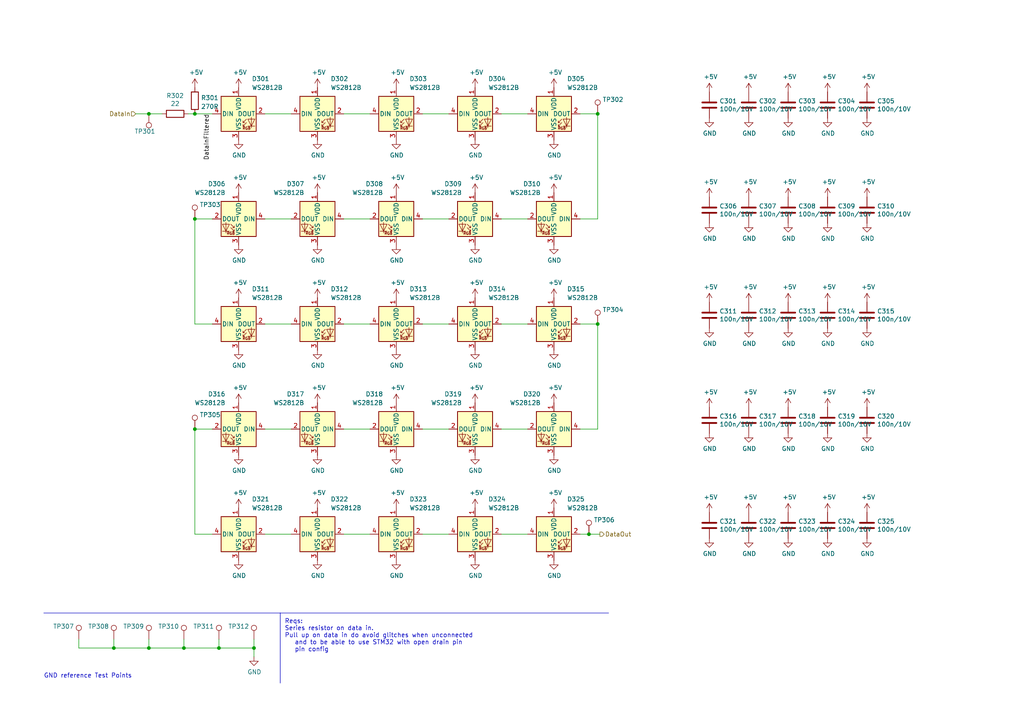
<source format=kicad_sch>
(kicad_sch (version 20230121) (generator eeschema)
  (paper "A4")
  (lib_symbols
    (symbol "Connector:TestPoint" (pin_numbers hide) (pin_names (offset 0.762) hide)
      (property "Reference" "TP" (at 0 6.858 0))
      (property "Value" "TestPoint" (at 0 5.08 0))
      (symbol "TestPoint_0_1"
        (circle (center 0 3.302) (radius 0.762))
      )
      (symbol "TestPoint_1_1"
        (pin passive line (at 0 0 90) (length 2.54) (name "1") (number "1"))
      )
    )
    (symbol "Device:C" (pin_numbers hide) (pin_names (offset 0.254))
      (property "Reference" "C" (at 0.635 2.54 0))
      (property "Value" "C" (at 0.635 -2.54 0))
      (symbol "C_0_1"
        (polyline (pts (xy -2.032 -0.762) (xy 2.032 -0.762)) (stroke (width 0.508)))
        (polyline (pts (xy -2.032 0.762) (xy 2.032 0.762)) (stroke (width 0.508)))
      )
      (symbol "C_1_1"
        (pin passive line (at 0 3.81 270) (length 2.794) (name "~") (number "1"))
        (pin passive line (at 0 -3.81 90) (length 2.794) (name "~") (number "2"))
      )
    )
    (symbol "Device:R" (pin_numbers hide) (pin_names (offset 0))
      (property "Reference" "R" (at 2.032 0 90))
      (property "Value" "R" (at 0 0 90))
      (symbol "R_0_1"
        (rectangle (start -1.016 -2.54) (end 1.016 2.54) (stroke (width 0.254)))
      )
      (symbol "R_1_1"
        (pin passive line (at 0 3.81 270) (length 1.27) (name "~") (number "1"))
        (pin passive line (at 0 -3.81 90) (length 1.27) (name "~") (number "2"))
      )
    )
    (symbol "LED:WS2812B" (pin_names (offset 0.254))
      (property "Reference" "D" (at 5.08 5.715 0))
      (property "Value" "WS2812B" (at 1.27 -5.715 0))
      (symbol "WS2812B_0_0"
        (text "RGB" (at 2.286 -4.191 0) (effects (font (size 0.762 0.762))))
      )
      (symbol "WS2812B_0_1"
        (polyline (pts (xy 1.27 -3.556) (xy 1.778 -3.556)))
        (polyline (pts (xy 1.27 -2.54) (xy 1.778 -2.54)))
        (polyline (pts (xy 4.699 -3.556) (xy 2.667 -3.556)))
        (polyline (pts (xy 2.286 -2.54) (xy 1.27 -3.556) (xy 1.27 -3.048)))
        (polyline (pts (xy 2.286 -1.524) (xy 1.27 -2.54) (xy 1.27 -2.032)))
        (polyline (pts (xy 3.683 -1.016) (xy 3.683 -3.556) (xy 3.683 -4.064)))
        (polyline (pts (xy 4.699 -1.524) (xy 2.667 -1.524) (xy 3.683 -3.556) (xy 4.699 -1.524)))
        (rectangle (start 5.08 5.08) (end -5.08 -5.08) (stroke (width 0.254)) (fill (type background)))
      )
      (symbol "WS2812B_1_1"
        (pin power_in line (at 0 7.62 270) (length 2.54) (name "VDD") (number "1"))
        (pin output line (at 7.62 0 180) (length 2.54) (name "DOUT") (number "2"))
        (pin power_in line (at 0 -7.62 90) (length 2.54) (name "VSS") (number "3"))
        (pin input line (at -7.62 0 0) (length 2.54) (name "DIN") (number "4"))
      )
    )
    (symbol "power:+5V" (power) (pin_names (offset 0))
      (property "Value" "+5V" (at 0 3.556 0))
      (symbol "+5V_0_1"
        (polyline (pts (xy -0.762 1.27) (xy 0 2.54)))
        (polyline (pts (xy 0 0) (xy 0 2.54)))
        (polyline (pts (xy 0 2.54) (xy 0.762 1.27)))
      )
      (symbol "+5V_1_1"
        (pin power_in line (at 0 0 90) (length 0) hide (name "+5V") (number "1"))
      )
    )
    (symbol "power:GND" (power) (pin_names (offset 0))
      (property "Value" "GND" (at 0 -3.81 0))
      (symbol "GND_0_1"
        (polyline (pts (xy 0 0) (xy 0 -1.27) (xy 1.27 -1.27) (xy 0 -2.54) (xy -1.27 -1.27) (xy 0 -1.27)))
      )
      (symbol "GND_1_1"
        (pin power_in line (at 0 0 270) (length 0) hide (name "GND") (number "1"))
      )
    )
  )
  (junction (at 73.66 187.96))
  (junction (at 56.515 63.5))
  (junction (at 56.515 124.46))
  (junction (at 43.18 187.96))
  (junction (at 33.02 187.96))
  (junction (at 53.34 187.96))
  (junction (at 56.515 33.02))
  (junction (at 173.355 93.98))
  (junction (at 43.18 33.02))
  (junction (at 170.815 154.94))
  (junction (at 173.355 33.02))
  (junction (at 63.5 187.96))
  (wire (pts (xy 84.455 63.5) (xy 76.835 63.5)))
  (wire (pts (xy 76.835 154.94) (xy 84.455 154.94)))
  (wire (pts (xy 33.02 187.96) (xy 22.86 187.96)))
  (polyline (pts (xy 81.28 177.8) (xy 176.53 177.8)))
  (wire (pts (xy 153.035 124.46) (xy 145.415 124.46)))
  (wire (pts (xy 173.355 33.02) (xy 173.355 63.5)))
  (wire (pts (xy 43.18 187.96) (xy 33.02 187.96)))
  (wire (pts (xy 73.66 190.5) (xy 73.66 187.96)))
  (wire (pts (xy 33.02 187.96) (xy 33.02 185.42)))
  (wire (pts (xy 63.5 187.96) (xy 63.5 185.42)))
  (wire (pts (xy 168.275 154.94) (xy 170.815 154.94)))
  (wire (pts (xy 145.415 33.02) (xy 153.035 33.02)))
  (wire (pts (xy 63.5 187.96) (xy 73.66 187.96)))
  (wire (pts (xy 145.415 93.98) (xy 153.035 93.98)))
  (wire (pts (xy 173.355 124.46) (xy 168.275 124.46)))
  (wire (pts (xy 170.815 154.94) (xy 173.99 154.94)))
  (wire (pts (xy 56.515 154.94) (xy 56.515 124.46)))
  (wire (pts (xy 56.515 154.94) (xy 61.595 154.94)))
  (wire (pts (xy 168.275 93.98) (xy 173.355 93.98)))
  (wire (pts (xy 22.86 187.96) (xy 22.86 185.42)))
  (wire (pts (xy 56.515 124.46) (xy 61.595 124.46)))
  (wire (pts (xy 84.455 124.46) (xy 76.835 124.46)))
  (polyline (pts (xy 81.28 198.12) (xy 81.28 177.8)))
  (polyline (pts (xy 12.7 177.8) (xy 81.28 177.8)))
  (wire (pts (xy 99.695 93.98) (xy 107.315 93.98)))
  (wire (pts (xy 153.035 63.5) (xy 145.415 63.5)))
  (wire (pts (xy 53.34 187.96) (xy 43.18 187.96)))
  (wire (pts (xy 130.175 124.46) (xy 122.555 124.46)))
  (wire (pts (xy 107.315 63.5) (xy 99.695 63.5)))
  (wire (pts (xy 130.175 63.5) (xy 122.555 63.5)))
  (wire (pts (xy 63.5 187.96) (xy 53.34 187.96)))
  (wire (pts (xy 173.355 93.98) (xy 173.355 124.46)))
  (wire (pts (xy 122.555 93.98) (xy 130.175 93.98)))
  (wire (pts (xy 99.695 154.94) (xy 107.315 154.94)))
  (wire (pts (xy 56.515 93.98) (xy 61.595 93.98)))
  (wire (pts (xy 76.835 93.98) (xy 84.455 93.98)))
  (wire (pts (xy 43.18 187.96) (xy 43.18 185.42)))
  (wire (pts (xy 53.34 187.96) (xy 53.34 185.42)))
  (wire (pts (xy 61.595 63.5) (xy 56.515 63.5)))
  (wire (pts (xy 39.37 33.02) (xy 43.18 33.02)))
  (wire (pts (xy 122.555 33.02) (xy 130.175 33.02)))
  (wire (pts (xy 145.415 154.94) (xy 153.035 154.94)))
  (wire (pts (xy 56.515 63.5) (xy 56.515 93.98)))
  (wire (pts (xy 76.835 33.02) (xy 84.455 33.02)))
  (wire (pts (xy 107.315 124.46) (xy 99.695 124.46)))
  (wire (pts (xy 43.18 33.02) (xy 46.99 33.02)))
  (wire (pts (xy 54.61 33.02) (xy 56.515 33.02)))
  (wire (pts (xy 173.355 63.5) (xy 168.275 63.5)))
  (wire (pts (xy 168.275 33.02) (xy 173.355 33.02)))
  (wire (pts (xy 99.695 33.02) (xy 107.315 33.02)))
  (wire (pts (xy 56.515 33.02) (xy 61.595 33.02)))
  (wire (pts (xy 122.555 154.94) (xy 130.175 154.94)))
  (wire (pts (xy 73.66 187.96) (xy 73.66 185.42)))
  (text "Reqs:\nSeries resistor on data in.\nPull up on data in do avoid glitches when unconnected \n   and to be able to use STM32 with open drain pin\n   pin config" (at 82.55 189.23 0) (effects (font (size 1.27 1.27)) (justify left bottom)))
  (text "GND reference Test Points" (at 12.7 196.85 0) (effects (font (size 1.27 1.27)) (justify left bottom)))
  (label "DataInFiltered" (at 60.96 33.02 270))
  (hierarchical_label "DataOut" (shape output) (at 173.99 154.94 0))
  (hierarchical_label "DataIn" (shape input) (at 39.37 33.02 180))
  (symbol (lib_id "power:+5V") (at 137.795 86.36 0) (unit 1)
    (property "Reference" "#PWR0345" (effects hide))
    (property "Value" "+5V" (at 138.176 81.9658 0))
  )
  (symbol (lib_id "power:GND") (at 217.17 34.29 0) (unit 1)
    (property "Reference" "#PWR0313" (effects hide))
    (property "Value" "GND" (at 217.297 38.6842 0))
  )
  (symbol (lib_id "power:GND") (at 205.74 34.29 0) (unit 1)
    (property "Reference" "#PWR0312" (effects hide))
    (property "Value" "GND" (at 205.867 38.6842 0))
  )
  (symbol (lib_id "power:+5V") (at 240.03 57.15 0) (unit 1)
    (property "Reference" "#PWR0330" (effects hide))
    (property "Value" "+5V" (at 240.411 52.7558 0))
  )
  (symbol (lib_id "power:+5V") (at 114.935 86.36 0) (unit 1)
    (property "Reference" "#PWR0344" (effects hide))
    (property "Value" "+5V" (at 115.316 81.9658 0))
  )
  (symbol (lib_id "Device:C") (at 217.17 91.44 0) (unit 1)
    (property "Reference" "C312" (at 220.091 90.2716 0) (effects (justify left)))
    (property "Value" "100n/10V" (at 220.091 92.583 0) (effects (justify left)))
    (property "Footprint" "Capacitor_SMD:C_0603_1608Metric_Pad1.08x0.95mm_HandSolder" (effects hide))
    (property "LCSC" "C14663" (effects hide))
  )
  (symbol (lib_id "power:GND") (at 205.74 156.21 0) (unit 1)
    (property "Reference" "#PWR0392" (effects hide))
    (property "Value" "GND" (at 205.867 160.6042 0))
  )
  (symbol (lib_id "power:+5V") (at 92.075 147.32 0) (unit 1)
    (property "Reference" "#PWR0383" (effects hide))
    (property "Value" "+5V" (at 92.456 142.9258 0))
  )
  (symbol (lib_id "Device:C") (at 217.17 121.92 0) (unit 1)
    (property "Reference" "C317" (at 220.091 120.7516 0) (effects (justify left)))
    (property "Value" "100n/10V" (at 220.091 123.063 0) (effects (justify left)))
    (property "Footprint" "Capacitor_SMD:C_0603_1608Metric_Pad1.08x0.95mm_HandSolder" (effects hide))
    (property "LCSC" "C14663" (effects hide))
  )
  (symbol (lib_id "LED:WS2812B") (at 114.935 124.46 0) (mirror y) (unit 1)
    (property "Reference" "D318" (at 111.125 114.3 0) (effects (justify left)))
    (property "Value" "WS2812B" (at 111.125 116.84 0) (effects (justify left)))
    (property "Footprint" "LED_SMD:LED_WS2812B_PLCC4_5.0x5.0mm_P3.2mm" (effects hide))
    (property "Datasheet" "https://cdn-shop.adafruit.com/datasheets/WS2812B.pdf" (effects hide))
    (property "LCSC" "C2920042" (effects hide))
  )
  (symbol (lib_id "Device:C") (at 205.74 30.48 0) (unit 1)
    (property "Reference" "C301" (at 208.661 29.3116 0) (effects (justify left)))
    (property "Value" "100n/10V" (at 208.661 31.623 0) (effects (justify left)))
    (property "Footprint" "Capacitor_SMD:C_0603_1608Metric_Pad1.08x0.95mm_HandSolder" (effects hide))
    (property "LCSC" "C14663" (effects hide))
  )
  (symbol (lib_id "LED:WS2812B") (at 92.075 154.94 0) (unit 1)
    (property "Reference" "D322" (at 95.885 144.78 0) (effects (justify left)))
    (property "Value" "WS2812B" (at 95.885 147.32 0) (effects (justify left)))
    (property "Footprint" "LED_SMD:LED_WS2812B_PLCC4_5.0x5.0mm_P3.2mm" (effects hide))
    (property "Datasheet" "https://cdn-shop.adafruit.com/datasheets/WS2812B.pdf" (effects hide))
    (property "LCSC" "C2920042" (effects hide))
  )
  (symbol (lib_id "power:GND") (at 205.74 95.25 0) (unit 1)
    (property "Reference" "#PWR0352" (effects hide))
    (property "Value" "GND" (at 205.867 99.6442 0))
  )
  (symbol (lib_id "power:+5V") (at 251.46 57.15 0) (unit 1)
    (property "Reference" "#PWR0331" (effects hide))
    (property "Value" "+5V" (at 251.841 52.7558 0))
  )
  (symbol (lib_id "power:GND") (at 251.46 125.73 0) (unit 1)
    (property "Reference" "#PWR0376" (effects hide))
    (property "Value" "GND" (at 251.587 130.1242 0))
  )
  (symbol (lib_id "power:GND") (at 114.935 132.08 0) (unit 1)
    (property "Reference" "#PWR0379" (effects hide))
    (property "Value" "GND" (at 115.062 136.4742 0))
  )
  (symbol (lib_id "Device:C") (at 240.03 91.44 0) (unit 1)
    (property "Reference" "C314" (at 242.951 90.2716 0) (effects (justify left)))
    (property "Value" "100n/10V" (at 242.951 92.583 0) (effects (justify left)))
    (property "Footprint" "Capacitor_SMD:C_0603_1608Metric_Pad1.08x0.95mm_HandSolder" (effects hide))
    (property "LCSC" "C14663" (effects hide))
  )
  (symbol (lib_id "power:GND") (at 114.935 71.12 0) (unit 1)
    (property "Reference" "#PWR0339" (effects hide))
    (property "Value" "GND" (at 115.062 75.5142 0))
  )
  (symbol (lib_id "Connector:TestPoint") (at 33.02 185.42 0) (unit 1)
    (property "Reference" "TP308" (at 31.623 181.6842 0) (effects (justify right)))
    (property "Value" "TestPoint" (effects hide))
    (property "Footprint" "TestPoint:TestPoint_Loop_D1.80mm_Drill1.0mm_Beaded" (effects hide))
  )
  (symbol (lib_id "Device:C") (at 251.46 91.44 0) (unit 1)
    (property "Reference" "C315" (at 254.381 90.2716 0) (effects (justify left)))
    (property "Value" "100n/10V" (at 254.381 92.583 0) (effects (justify left)))
    (property "Footprint" "Capacitor_SMD:C_0603_1608Metric_Pad1.08x0.95mm_HandSolder" (effects hide))
    (property "LCSC" "C14663" (effects hide))
  )
  (symbol (lib_id "power:GND") (at 137.795 162.56 0) (unit 1)
    (property "Reference" "#PWR0400" (effects hide))
    (property "Value" "GND" (at 137.922 166.9542 0))
  )
  (symbol (lib_id "LED:WS2812B") (at 160.655 154.94 0) (unit 1)
    (property "Reference" "D325" (at 164.465 144.78 0) (effects (justify left)))
    (property "Value" "WS2812B" (at 164.465 147.32 0) (effects (justify left)))
    (property "Footprint" "LED_SMD:LED_WS2812B_PLCC4_5.0x5.0mm_P3.2mm" (effects hide))
    (property "Datasheet" "https://cdn-shop.adafruit.com/datasheets/WS2812B.pdf" (effects hide))
    (property "LCSC" "C2920042" (effects hide))
  )
  (symbol (lib_id "Device:C") (at 205.74 152.4 0) (unit 1)
    (property "Reference" "C321" (at 208.661 151.2316 0) (effects (justify left)))
    (property "Value" "100n/10V" (at 208.661 153.543 0) (effects (justify left)))
    (property "Footprint" "Capacitor_SMD:C_0603_1608Metric_Pad1.08x0.95mm_HandSolder" (effects hide))
    (property "LCSC" "C14663" (effects hide))
  )
  (symbol (lib_id "Device:C") (at 217.17 152.4 0) (unit 1)
    (property "Reference" "C322" (at 220.091 151.2316 0) (effects (justify left)))
    (property "Value" "100n/10V" (at 220.091 153.543 0) (effects (justify left)))
    (property "Footprint" "Capacitor_SMD:C_0603_1608Metric_Pad1.08x0.95mm_HandSolder" (effects hide))
    (property "LCSC" "C14663" (effects hide))
  )
  (symbol (lib_id "LED:WS2812B") (at 92.075 63.5 0) (mirror y) (unit 1)
    (property "Reference" "D307" (at 88.265 53.34 0) (effects (justify left)))
    (property "Value" "WS2812B" (at 88.265 55.88 0) (effects (justify left)))
    (property "Footprint" "LED_SMD:LED_WS2812B_PLCC4_5.0x5.0mm_P3.2mm" (effects hide))
    (property "Datasheet" "https://cdn-shop.adafruit.com/datasheets/WS2812B.pdf" (effects hide))
    (property "LCSC" "C2920042" (effects hide))
  )
  (symbol (lib_id "power:GND") (at 228.6 64.77 0) (unit 1)
    (property "Reference" "#PWR0334" (effects hide))
    (property "Value" "GND" (at 228.727 69.1642 0))
  )
  (symbol (lib_id "Device:C") (at 217.17 60.96 0) (unit 1)
    (property "Reference" "C307" (at 220.091 59.7916 0) (effects (justify left)))
    (property "Value" "100n/10V" (at 220.091 62.103 0) (effects (justify left)))
    (property "Footprint" "Capacitor_SMD:C_0603_1608Metric_Pad1.08x0.95mm_HandSolder" (effects hide))
    (property "LCSC" "C14663" (effects hide))
  )
  (symbol (lib_id "power:+5V") (at 251.46 118.11 0) (unit 1)
    (property "Reference" "#PWR0371" (effects hide))
    (property "Value" "+5V" (at 251.841 113.7158 0))
  )
  (symbol (lib_id "Device:C") (at 205.74 121.92 0) (unit 1)
    (property "Reference" "C316" (at 208.661 120.7516 0) (effects (justify left)))
    (property "Value" "100n/10V" (at 208.661 123.063 0) (effects (justify left)))
    (property "Footprint" "Capacitor_SMD:C_0603_1608Metric_Pad1.08x0.95mm_HandSolder" (effects hide))
    (property "LCSC" "C14663" (effects hide))
  )
  (symbol (lib_id "power:+5V") (at 160.655 55.88 0) (unit 1)
    (property "Reference" "#PWR0326" (effects hide))
    (property "Value" "+5V" (at 161.036 51.4858 0))
  )
  (symbol (lib_id "power:GND") (at 205.74 64.77 0) (unit 1)
    (property "Reference" "#PWR0332" (effects hide))
    (property "Value" "GND" (at 205.867 69.1642 0))
  )
  (symbol (lib_id "power:+5V") (at 160.655 86.36 0) (unit 1)
    (property "Reference" "#PWR0346" (effects hide))
    (property "Value" "+5V" (at 161.036 81.9658 0))
  )
  (symbol (lib_id "power:GND") (at 160.655 162.56 0) (unit 1)
    (property "Reference" "#PWR0401" (effects hide))
    (property "Value" "GND" (at 160.782 166.9542 0))
  )
  (symbol (lib_id "LED:WS2812B") (at 69.215 154.94 0) (unit 1)
    (property "Reference" "D321" (at 73.025 144.78 0) (effects (justify left)))
    (property "Value" "WS2812B" (at 73.025 147.32 0) (effects (justify left)))
    (property "Footprint" "LED_SMD:LED_WS2812B_PLCC4_5.0x5.0mm_P3.2mm" (effects hide))
    (property "Datasheet" "https://cdn-shop.adafruit.com/datasheets/WS2812B.pdf" (effects hide))
    (property "LCSC" "C2920042" (effects hide))
  )
  (symbol (lib_id "power:GND") (at 69.215 101.6 0) (unit 1)
    (property "Reference" "#PWR0357" (effects hide))
    (property "Value" "GND" (at 69.342 105.9942 0))
  )
  (symbol (lib_id "power:+5V") (at 240.03 26.67 0) (unit 1)
    (property "Reference" "#PWR0310" (effects hide))
    (property "Value" "+5V" (at 240.411 22.2758 0))
  )
  (symbol (lib_id "Device:C") (at 251.46 30.48 0) (unit 1)
    (property "Reference" "C305" (at 254.381 29.3116 0) (effects (justify left)))
    (property "Value" "100n/10V" (at 254.381 31.623 0) (effects (justify left)))
    (property "Footprint" "Capacitor_SMD:C_0603_1608Metric_Pad1.08x0.95mm_HandSolder" (effects hide))
    (property "LCSC" "C14663" (effects hide))
  )
  (symbol (lib_id "power:GND") (at 92.075 101.6 0) (unit 1)
    (property "Reference" "#PWR0358" (effects hide))
    (property "Value" "GND" (at 92.202 105.9942 0))
  )
  (symbol (lib_id "Device:C") (at 228.6 121.92 0) (unit 1)
    (property "Reference" "C318" (at 231.521 120.7516 0) (effects (justify left)))
    (property "Value" "100n/10V" (at 231.521 123.063 0) (effects (justify left)))
    (property "Footprint" "Capacitor_SMD:C_0603_1608Metric_Pad1.08x0.95mm_HandSolder" (effects hide))
    (property "LCSC" "C14663" (effects hide))
  )
  (symbol (lib_id "power:GND") (at 92.075 71.12 0) (unit 1)
    (property "Reference" "#PWR0338" (effects hide))
    (property "Value" "GND" (at 92.202 75.5142 0))
  )
  (symbol (lib_id "Device:C") (at 240.03 60.96 0) (unit 1)
    (property "Reference" "C309" (at 242.951 59.7916 0) (effects (justify left)))
    (property "Value" "100n/10V" (at 242.951 62.103 0) (effects (justify left)))
    (property "Footprint" "Capacitor_SMD:C_0603_1608Metric_Pad1.08x0.95mm_HandSolder" (effects hide))
    (property "LCSC" "C14663" (effects hide))
  )
  (symbol (lib_id "Device:C") (at 251.46 152.4 0) (unit 1)
    (property "Reference" "C325" (at 254.381 151.2316 0) (effects (justify left)))
    (property "Value" "100n/10V" (at 254.381 153.543 0) (effects (justify left)))
    (property "Footprint" "Capacitor_SMD:C_0603_1608Metric_Pad1.08x0.95mm_HandSolder" (effects hide))
    (property "LCSC" "C14663" (effects hide))
  )
  (symbol (lib_id "power:+5V") (at 228.6 26.67 0) (unit 1)
    (property "Reference" "#PWR0309" (effects hide))
    (property "Value" "+5V" (at 228.981 22.2758 0))
  )
  (symbol (lib_id "power:+5V") (at 205.74 57.15 0) (unit 1)
    (property "Reference" "#PWR0327" (effects hide))
    (property "Value" "+5V" (at 206.121 52.7558 0))
  )
  (symbol (lib_id "power:GND") (at 69.215 40.64 0) (unit 1)
    (property "Reference" "#PWR0317" (effects hide))
    (property "Value" "GND" (at 69.342 45.0342 0))
  )
  (symbol (lib_id "power:+5V") (at 56.515 25.4 0) (unit 1)
    (property "Reference" "#PWR0301" (effects hide))
    (property "Value" "+5V" (at 56.896 21.0058 0))
  )
  (symbol (lib_id "power:GND") (at 92.075 162.56 0) (unit 1)
    (property "Reference" "#PWR0398" (effects hide))
    (property "Value" "GND" (at 92.202 166.9542 0))
  )
  (symbol (lib_id "power:+5V") (at 137.795 116.84 0) (unit 1)
    (property "Reference" "#PWR0365" (effects hide))
    (property "Value" "+5V" (at 138.176 112.4458 0))
  )
  (symbol (lib_id "Device:C") (at 228.6 91.44 0) (unit 1)
    (property "Reference" "C313" (at 231.521 90.2716 0) (effects (justify left)))
    (property "Value" "100n/10V" (at 231.521 92.583 0) (effects (justify left)))
    (property "Footprint" "Capacitor_SMD:C_0603_1608Metric_Pad1.08x0.95mm_HandSolder" (effects hide))
    (property "LCSC" "C14663" (effects hide))
  )
  (symbol (lib_id "power:GND") (at 228.6 156.21 0) (unit 1)
    (property "Reference" "#PWR0394" (effects hide))
    (property "Value" "GND" (at 228.727 160.6042 0))
  )
  (symbol (lib_id "power:GND") (at 217.17 95.25 0) (unit 1)
    (property "Reference" "#PWR0353" (effects hide))
    (property "Value" "GND" (at 217.297 99.6442 0))
  )
  (symbol (lib_id "Connector:TestPoint") (at 63.5 185.42 0) (unit 1)
    (property "Reference" "TP311" (at 62.103 181.6842 0) (effects (justify right)))
    (property "Value" "TestPoint" (effects hide))
    (property "Footprint" "TestPoint:TestPoint_Loop_D1.80mm_Drill1.0mm_Beaded" (effects hide))
  )
  (symbol (lib_id "LED:WS2812B") (at 69.215 63.5 0) (mirror y) (unit 1)
    (property "Reference" "D306" (at 65.405 53.34 0) (effects (justify left)))
    (property "Value" "WS2812B" (at 65.405 55.88 0) (effects (justify left)))
    (property "Footprint" "LED_SMD:LED_WS2812B_PLCC4_5.0x5.0mm_P3.2mm" (effects hide))
    (property "Datasheet" "https://cdn-shop.adafruit.com/datasheets/WS2812B.pdf" (effects hide))
    (property "LCSC" "C2920042" (effects hide))
  )
  (symbol (lib_id "Device:C") (at 240.03 30.48 0) (unit 1)
    (property "Reference" "C304" (at 242.951 29.3116 0) (effects (justify left)))
    (property "Value" "100n/10V" (at 242.951 31.623 0) (effects (justify left)))
    (property "Footprint" "Capacitor_SMD:C_0603_1608Metric_Pad1.08x0.95mm_HandSolder" (effects hide))
    (property "LCSC" "C14663" (effects hide))
  )
  (symbol (lib_id "LED:WS2812B") (at 160.655 63.5 0) (mirror y) (unit 1)
    (property "Reference" "D310" (at 156.845 53.34 0) (effects (justify left)))
    (property "Value" "WS2812B" (at 156.845 55.88 0) (effects (justify left)))
    (property "Footprint" "LED_SMD:LED_WS2812B_PLCC4_5.0x5.0mm_P3.2mm" (effects hide))
    (property "Datasheet" "https://cdn-shop.adafruit.com/datasheets/WS2812B.pdf" (effects hide))
    (property "LCSC" "C2920042" (effects hide))
  )
  (symbol (lib_id "power:GND") (at 228.6 34.29 0) (unit 1)
    (property "Reference" "#PWR0314" (effects hide))
    (property "Value" "GND" (at 228.727 38.6842 0))
  )
  (symbol (lib_id "power:+5V") (at 228.6 57.15 0) (unit 1)
    (property "Reference" "#PWR0329" (effects hide))
    (property "Value" "+5V" (at 228.981 52.7558 0))
  )
  (symbol (lib_id "Connector:TestPoint") (at 173.355 93.98 0) (unit 1)
    (property "Reference" "TP304" (at 174.752 89.8433 0) (effects (justify left)))
    (property "Value" "TestPoint" (effects hide))
    (property "Footprint" "TestPoint:TestPoint_Loop_D1.80mm_Drill1.0mm_Beaded" (effects hide))
  )
  (symbol (lib_id "power:GND") (at 217.17 64.77 0) (unit 1)
    (property "Reference" "#PWR0333" (effects hide))
    (property "Value" "GND" (at 217.297 69.1642 0))
  )
  (symbol (lib_id "power:+5V") (at 240.03 87.63 0) (unit 1)
    (property "Reference" "#PWR0350" (effects hide))
    (property "Value" "+5V" (at 240.411 83.2358 0))
  )
  (symbol (lib_id "power:+5V") (at 228.6 118.11 0) (unit 1)
    (property "Reference" "#PWR0369" (effects hide))
    (property "Value" "+5V" (at 228.981 113.7158 0))
  )
  (symbol (lib_id "power:+5V") (at 137.795 55.88 0) (unit 1)
    (property "Reference" "#PWR0325" (effects hide))
    (property "Value" "+5V" (at 138.176 51.4858 0))
  )
  (symbol (lib_id "LED:WS2812B") (at 114.935 33.02 0) (unit 1)
    (property "Reference" "D303" (at 118.745 22.86 0) (effects (justify left)))
    (property "Value" "WS2812B" (at 118.745 25.4 0) (effects (justify left)))
    (property "Footprint" "LED_SMD:LED_WS2812B_PLCC4_5.0x5.0mm_P3.2mm" (effects hide))
    (property "Datasheet" "https://cdn-shop.adafruit.com/datasheets/WS2812B.pdf" (effects hide))
    (property "LCSC" "C2920042" (effects hide))
  )
  (symbol (lib_id "power:GND") (at 240.03 95.25 0) (unit 1)
    (property "Reference" "#PWR0355" (effects hide))
    (property "Value" "GND" (at 240.157 99.6442 0))
  )
  (symbol (lib_id "power:+5V") (at 114.935 55.88 0) (unit 1)
    (property "Reference" "#PWR0324" (effects hide))
    (property "Value" "+5V" (at 115.316 51.4858 0))
  )
  (symbol (lib_id "power:GND") (at 92.075 132.08 0) (unit 1)
    (property "Reference" "#PWR0378" (effects hide))
    (property "Value" "GND" (at 92.202 136.4742 0))
  )
  (symbol (lib_id "power:+5V") (at 217.17 118.11 0) (unit 1)
    (property "Reference" "#PWR0368" (effects hide))
    (property "Value" "+5V" (at 217.551 113.7158 0))
  )
  (symbol (lib_id "power:GND") (at 114.935 162.56 0) (unit 1)
    (property "Reference" "#PWR0399" (effects hide))
    (property "Value" "GND" (at 115.062 166.9542 0))
  )
  (symbol (lib_id "LED:WS2812B") (at 114.935 63.5 0) (mirror y) (unit 1)
    (property "Reference" "D308" (at 111.125 53.34 0) (effects (justify left)))
    (property "Value" "WS2812B" (at 111.125 55.88 0) (effects (justify left)))
    (property "Footprint" "LED_SMD:LED_WS2812B_PLCC4_5.0x5.0mm_P3.2mm" (effects hide))
    (property "Datasheet" "https://cdn-shop.adafruit.com/datasheets/WS2812B.pdf" (effects hide))
    (property "LCSC" "C2920042" (effects hide))
  )
  (symbol (lib_id "power:GND") (at 137.795 40.64 0) (unit 1)
    (property "Reference" "#PWR0320" (effects hide))
    (property "Value" "GND" (at 137.922 45.0342 0))
  )
  (symbol (lib_id "LED:WS2812B") (at 160.655 124.46 0) (mirror y) (unit 1)
    (property "Reference" "D320" (at 156.845 114.3 0) (effects (justify left)))
    (property "Value" "WS2812B" (at 156.845 116.84 0) (effects (justify left)))
    (property "Footprint" "LED_SMD:LED_WS2812B_PLCC4_5.0x5.0mm_P3.2mm" (effects hide))
    (property "Datasheet" "https://cdn-shop.adafruit.com/datasheets/WS2812B.pdf" (effects hide))
    (property "LCSC" "C2920042" (effects hide))
  )
  (symbol (lib_id "power:+5V") (at 69.215 55.88 0) (unit 1)
    (property "Reference" "#PWR0322" (effects hide))
    (property "Value" "+5V" (at 69.596 51.4858 0))
  )
  (symbol (lib_id "power:+5V") (at 160.655 147.32 0) (unit 1)
    (property "Reference" "#PWR0386" (effects hide))
    (property "Value" "+5V" (at 161.036 142.9258 0))
  )
  (symbol (lib_id "power:GND") (at 251.46 34.29 0) (unit 1)
    (property "Reference" "#PWR0316" (effects hide))
    (property "Value" "GND" (at 251.587 38.6842 0))
  )
  (symbol (lib_id "power:GND") (at 114.935 40.64 0) (unit 1)
    (property "Reference" "#PWR0319" (effects hide))
    (property "Value" "GND" (at 115.062 45.0342 0))
  )
  (symbol (lib_id "power:GND") (at 69.215 132.08 0) (unit 1)
    (property "Reference" "#PWR0377" (effects hide))
    (property "Value" "GND" (at 69.342 136.4742 0))
  )
  (symbol (lib_id "power:GND") (at 73.66 190.5 0) (unit 1)
    (property "Reference" "#PWR0402" (effects hide))
    (property "Value" "GND" (at 73.787 194.8942 0))
  )
  (symbol (lib_id "power:+5V") (at 240.03 118.11 0) (unit 1)
    (property "Reference" "#PWR0370" (effects hide))
    (property "Value" "+5V" (at 240.411 113.7158 0))
  )
  (symbol (lib_id "power:GND") (at 217.17 156.21 0) (unit 1)
    (property "Reference" "#PWR0393" (effects hide))
    (property "Value" "GND" (at 217.297 160.6042 0))
  )
  (symbol (lib_id "power:+5V") (at 114.935 25.4 0) (unit 1)
    (property "Reference" "#PWR0304" (effects hide))
    (property "Value" "+5V" (at 115.316 21.0058 0))
  )
  (symbol (lib_id "power:+5V") (at 92.075 86.36 0) (unit 1)
    (property "Reference" "#PWR0343" (effects hide))
    (property "Value" "+5V" (at 92.456 81.9658 0))
  )
  (symbol (lib_id "power:+5V") (at 217.17 148.59 0) (unit 1)
    (property "Reference" "#PWR0388" (effects hide))
    (property "Value" "+5V" (at 217.551 144.1958 0))
  )
  (symbol (lib_id "Device:C") (at 240.03 152.4 0) (unit 1)
    (property "Reference" "C324" (at 242.951 151.2316 0) (effects (justify left)))
    (property "Value" "100n/10V" (at 242.951 153.543 0) (effects (justify left)))
    (property "Footprint" "Capacitor_SMD:C_0603_1608Metric_Pad1.08x0.95mm_HandSolder" (effects hide))
    (property "LCSC" "C14663" (effects hide))
  )
  (symbol (lib_id "Device:C") (at 240.03 121.92 0) (unit 1)
    (property "Reference" "C319" (at 242.951 120.7516 0) (effects (justify left)))
    (property "Value" "100n/10V" (at 242.951 123.063 0) (effects (justify left)))
    (property "Footprint" "Capacitor_SMD:C_0603_1608Metric_Pad1.08x0.95mm_HandSolder" (effects hide))
    (property "LCSC" "C14663" (effects hide))
  )
  (symbol (lib_id "power:GND") (at 228.6 125.73 0) (unit 1)
    (property "Reference" "#PWR0374" (effects hide))
    (property "Value" "GND" (at 228.727 130.1242 0))
  )
  (symbol (lib_id "LED:WS2812B") (at 69.215 124.46 0) (mirror y) (unit 1)
    (property "Reference" "D316" (at 65.405 114.3 0) (effects (justify left)))
    (property "Value" "WS2812B" (at 65.405 116.84 0) (effects (justify left)))
    (property "Footprint" "LED_SMD:LED_WS2812B_PLCC4_5.0x5.0mm_P3.2mm" (effects hide))
    (property "Datasheet" "https://cdn-shop.adafruit.com/datasheets/WS2812B.pdf" (effects hide))
    (property "LCSC" "C2920042" (effects hide))
  )
  (symbol (lib_id "LED:WS2812B") (at 137.795 93.98 0) (unit 1)
    (property "Reference" "D314" (at 141.605 83.82 0) (effects (justify left)))
    (property "Value" "WS2812B" (at 141.605 86.36 0) (effects (justify left)))
    (property "Footprint" "LED_SMD:LED_WS2812B_PLCC4_5.0x5.0mm_P3.2mm" (effects hide))
    (property "Datasheet" "https://cdn-shop.adafruit.com/datasheets/WS2812B.pdf" (effects hide))
    (property "LCSC" "C2920042" (effects hide))
  )
  (symbol (lib_id "Connector:TestPoint") (at 43.18 33.02 180) (unit 1)
    (property "Reference" "TP301" (at 45.085 38.1 0) (effects (justify left)))
    (property "Value" "TestPoint" (effects hide))
    (property "Footprint" "TestPoint:TestPoint_Loop_D1.80mm_Drill1.0mm_Beaded" (effects hide))
  )
  (symbol (lib_id "Device:R") (at 56.515 29.21 0) (mirror y) (unit 1)
    (property "Reference" "R301" (at 58.293 28.3753 0) (effects (justify right)))
    (property "Value" "270R" (at 58.293 30.9122 0) (effects (justify right)))
    (property "Footprint" "Resistor_SMD:R_0603_1608Metric_Pad0.98x0.95mm_HandSolder" (effects hide))
    (property "LCSC" "C22966" (effects hide))
  )
  (symbol (lib_id "LED:WS2812B") (at 160.655 33.02 0) (unit 1)
    (property "Reference" "D305" (at 164.465 22.86 0) (effects (justify left)))
    (property "Value" "WS2812B" (at 164.465 25.4 0) (effects (justify left)))
    (property "Footprint" "LED_SMD:LED_WS2812B_PLCC4_5.0x5.0mm_P3.2mm" (effects hide))
    (property "Datasheet" "https://cdn-shop.adafruit.com/datasheets/WS2812B.pdf" (effects hide))
    (property "LCSC" "C2920042" (effects hide))
  )
  (symbol (lib_id "power:+5V") (at 217.17 57.15 0) (unit 1)
    (property "Reference" "#PWR0328" (effects hide))
    (property "Value" "+5V" (at 217.551 52.7558 0))
  )
  (symbol (lib_id "power:+5V") (at 69.215 86.36 0) (unit 1)
    (property "Reference" "#PWR0342" (effects hide))
    (property "Value" "+5V" (at 69.596 81.9658 0))
  )
  (symbol (lib_id "Device:C") (at 251.46 60.96 0) (unit 1)
    (property "Reference" "C310" (at 254.381 59.7916 0) (effects (justify left)))
    (property "Value" "100n/10V" (at 254.381 62.103 0) (effects (justify left)))
    (property "Footprint" "Capacitor_SMD:C_0603_1608Metric_Pad1.08x0.95mm_HandSolder" (effects hide))
    (property "LCSC" "C14663" (effects hide))
  )
  (symbol (lib_id "Device:C") (at 205.74 91.44 0) (unit 1)
    (property "Reference" "C311" (at 208.661 90.2716 0) (effects (justify left)))
    (property "Value" "100n/10V" (at 208.661 92.583 0) (effects (justify left)))
    (property "Footprint" "Capacitor_SMD:C_0603_1608Metric_Pad1.08x0.95mm_HandSolder" (effects hide))
    (property "LCSC" "C14663" (effects hide))
  )
  (symbol (lib_id "Device:R") (at 50.8 33.02 270) (unit 1)
    (property "Reference" "R302" (at 50.8 27.7622 90))
    (property "Value" "22" (at 50.8 30.0736 90))
    (property "Footprint" "Resistor_SMD:R_0603_1608Metric_Pad0.98x0.95mm_HandSolder" (effects hide))
    (property "LCSC" "C23345" (effects hide))
  )
  (symbol (lib_id "power:GND") (at 240.03 125.73 0) (unit 1)
    (property "Reference" "#PWR0375" (effects hide))
    (property "Value" "GND" (at 240.157 130.1242 0))
  )
  (symbol (lib_id "Connector:TestPoint") (at 22.86 185.42 0) (unit 1)
    (property "Reference" "TP307" (at 21.463 181.6842 0) (effects (justify right)))
    (property "Value" "TestPoint" (effects hide))
    (property "Footprint" "TestPoint:TestPoint_Loop_D1.80mm_Drill1.0mm_Beaded" (effects hide))
  )
  (symbol (lib_id "LED:WS2812B") (at 114.935 154.94 0) (unit 1)
    (property "Reference" "D323" (at 118.745 144.78 0) (effects (justify left)))
    (property "Value" "WS2812B" (at 118.745 147.32 0) (effects (justify left)))
    (property "Footprint" "LED_SMD:LED_WS2812B_PLCC4_5.0x5.0mm_P3.2mm" (effects hide))
    (property "Datasheet" "https://cdn-shop.adafruit.com/datasheets/WS2812B.pdf" (effects hide))
    (property "LCSC" "C2920042" (effects hide))
  )
  (symbol (lib_id "power:GND") (at 92.075 40.64 0) (unit 1)
    (property "Reference" "#PWR0318" (effects hide))
    (property "Value" "GND" (at 92.202 45.0342 0))
  )
  (symbol (lib_id "LED:WS2812B") (at 137.795 33.02 0) (unit 1)
    (property "Reference" "D304" (at 141.605 22.86 0) (effects (justify left)))
    (property "Value" "WS2812B" (at 141.605 25.4 0) (effects (justify left)))
    (property "Footprint" "LED_SMD:LED_WS2812B_PLCC4_5.0x5.0mm_P3.2mm" (effects hide))
    (property "Datasheet" "https://cdn-shop.adafruit.com/datasheets/WS2812B.pdf" (effects hide))
    (property "LCSC" "C2920042" (effects hide))
  )
  (symbol (lib_id "power:+5V") (at 205.74 118.11 0) (unit 1)
    (property "Reference" "#PWR0367" (effects hide))
    (property "Value" "+5V" (at 206.121 113.7158 0))
  )
  (symbol (lib_id "power:GND") (at 69.215 162.56 0) (unit 1)
    (property "Reference" "#PWR0397" (effects hide))
    (property "Value" "GND" (at 69.342 166.9542 0))
  )
  (symbol (lib_id "power:+5V") (at 114.935 116.84 0) (unit 1)
    (property "Reference" "#PWR0364" (effects hide))
    (property "Value" "+5V" (at 115.316 112.4458 0))
  )
  (symbol (lib_id "power:GND") (at 205.74 125.73 0) (unit 1)
    (property "Reference" "#PWR0372" (effects hide))
    (property "Value" "GND" (at 205.867 130.1242 0))
  )
  (symbol (lib_id "LED:WS2812B") (at 69.215 93.98 0) (unit 1)
    (property "Reference" "D311" (at 73.025 83.82 0) (effects (justify left)))
    (property "Value" "WS2812B" (at 73.025 86.36 0) (effects (justify left)))
    (property "Footprint" "LED_SMD:LED_WS2812B_PLCC4_5.0x5.0mm_P3.2mm" (effects hide))
    (property "Datasheet" "https://cdn-shop.adafruit.com/datasheets/WS2812B.pdf" (effects hide))
    (property "LCSC" "C2920042" (effects hide))
  )
  (symbol (lib_id "power:+5V") (at 205.74 87.63 0) (unit 1)
    (property "Reference" "#PWR0347" (effects hide))
    (property "Value" "+5V" (at 206.121 83.2358 0))
  )
  (symbol (lib_id "power:GND") (at 251.46 95.25 0) (unit 1)
    (property "Reference" "#PWR0356" (effects hide))
    (property "Value" "GND" (at 251.587 99.6442 0))
  )
  (symbol (lib_id "power:GND") (at 69.215 71.12 0) (unit 1)
    (property "Reference" "#PWR0337" (effects hide))
    (property "Value" "GND" (at 69.342 75.5142 0))
  )
  (symbol (lib_id "LED:WS2812B") (at 137.795 124.46 0) (mirror y) (unit 1)
    (property "Reference" "D319" (at 133.985 114.3 0) (effects (justify left)))
    (property "Value" "WS2812B" (at 133.985 116.84 0) (effects (justify left)))
    (property "Footprint" "LED_SMD:LED_WS2812B_PLCC4_5.0x5.0mm_P3.2mm" (effects hide))
    (property "Datasheet" "https://cdn-shop.adafruit.com/datasheets/WS2812B.pdf" (effects hide))
    (property "LCSC" "C2920042" (effects hide))
  )
  (symbol (lib_id "power:+5V") (at 160.655 116.84 0) (unit 1)
    (property "Reference" "#PWR0366" (effects hide))
    (property "Value" "+5V" (at 161.036 112.4458 0))
  )
  (symbol (lib_id "power:+5V") (at 160.655 25.4 0) (unit 1)
    (property "Reference" "#PWR0306" (effects hide))
    (property "Value" "+5V" (at 161.036 21.0058 0))
  )
  (symbol (lib_id "power:+5V") (at 92.075 55.88 0) (unit 1)
    (property "Reference" "#PWR0323" (effects hide))
    (property "Value" "+5V" (at 92.456 51.4858 0))
  )
  (symbol (lib_id "power:+5V") (at 217.17 26.67 0) (unit 1)
    (property "Reference" "#PWR0308" (effects hide))
    (property "Value" "+5V" (at 217.551 22.2758 0))
  )
  (symbol (lib_id "LED:WS2812B") (at 69.215 33.02 0) (unit 1)
    (property "Reference" "D301" (at 73.025 22.86 0) (effects (justify left)))
    (property "Value" "WS2812B" (at 73.025 25.4 0) (effects (justify left)))
    (property "Footprint" "LED_SMD:LED_WS2812B_PLCC4_5.0x5.0mm_P3.2mm" (effects hide))
    (property "Datasheet" "https://cdn-shop.adafruit.com/datasheets/WS2812B.pdf" (effects hide))
    (property "LCSC" "C2920042" (effects hide))
  )
  (symbol (lib_id "power:GND") (at 137.795 71.12 0) (unit 1)
    (property "Reference" "#PWR0340" (effects hide))
    (property "Value" "GND" (at 137.922 75.5142 0))
  )
  (symbol (lib_id "power:GND") (at 228.6 95.25 0) (unit 1)
    (property "Reference" "#PWR0354" (effects hide))
    (property "Value" "GND" (at 228.727 99.6442 0))
  )
  (symbol (lib_id "power:+5V") (at 228.6 148.59 0) (unit 1)
    (property "Reference" "#PWR0389" (effects hide))
    (property "Value" "+5V" (at 228.981 144.1958 0))
  )
  (symbol (lib_id "power:GND") (at 251.46 156.21 0) (unit 1)
    (property "Reference" "#PWR0396" (effects hide))
    (property "Value" "GND" (at 251.587 160.6042 0))
  )
  (symbol (lib_id "LED:WS2812B") (at 92.075 124.46 0) (mirror y) (unit 1)
    (property "Reference" "D317" (at 88.265 114.3 0) (effects (justify left)))
    (property "Value" "WS2812B" (at 88.265 116.84 0) (effects (justify left)))
    (property "Footprint" "LED_SMD:LED_WS2812B_PLCC4_5.0x5.0mm_P3.2mm" (effects hide))
    (property "Datasheet" "https://cdn-shop.adafruit.com/datasheets/WS2812B.pdf" (effects hide))
    (property "LCSC" "C2920042" (effects hide))
  )
  (symbol (lib_id "power:GND") (at 114.935 101.6 0) (unit 1)
    (property "Reference" "#PWR0359" (effects hide))
    (property "Value" "GND" (at 115.062 105.9942 0))
  )
  (symbol (lib_id "Device:C") (at 228.6 30.48 0) (unit 1)
    (property "Reference" "C303" (at 231.521 29.3116 0) (effects (justify left)))
    (property "Value" "100n/10V" (at 231.521 31.623 0) (effects (justify left)))
    (property "Footprint" "Capacitor_SMD:C_0603_1608Metric_Pad1.08x0.95mm_HandSolder" (effects hide))
    (property "LCSC" "C14663" (effects hide))
  )
  (symbol (lib_id "Connector:TestPoint") (at 170.815 154.94 0) (unit 1)
    (property "Reference" "TP306" (at 172.212 150.8033 0) (effects (justify left)))
    (property "Value" "TestPoint" (effects hide))
    (property "Footprint" "TestPoint:TestPoint_Loop_D1.80mm_Drill1.0mm_Beaded" (effects hide))
  )
  (symbol (lib_id "power:+5V") (at 251.46 26.67 0) (unit 1)
    (property "Reference" "#PWR0311" (effects hide))
    (property "Value" "+5V" (at 251.841 22.2758 0))
  )
  (symbol (lib_id "power:GND") (at 137.795 132.08 0) (unit 1)
    (property "Reference" "#PWR0380" (effects hide))
    (property "Value" "GND" (at 137.922 136.4742 0))
  )
  (symbol (lib_id "power:+5V") (at 205.74 148.59 0) (unit 1)
    (property "Reference" "#PWR0387" (effects hide))
    (property "Value" "+5V" (at 206.121 144.1958 0))
  )
  (symbol (lib_id "LED:WS2812B") (at 92.075 93.98 0) (unit 1)
    (property "Reference" "D312" (at 95.885 83.82 0) (effects (justify left)))
    (property "Value" "WS2812B" (at 95.885 86.36 0) (effects (justify left)))
    (property "Footprint" "LED_SMD:LED_WS2812B_PLCC4_5.0x5.0mm_P3.2mm" (effects hide))
    (property "Datasheet" "https://cdn-shop.adafruit.com/datasheets/WS2812B.pdf" (effects hide))
    (property "LCSC" "C2920042" (effects hide))
  )
  (symbol (lib_id "power:+5V") (at 69.215 116.84 0) (unit 1)
    (property "Reference" "#PWR0362" (effects hide))
    (property "Value" "+5V" (at 69.596 112.4458 0))
  )
  (symbol (lib_id "LED:WS2812B") (at 160.655 93.98 0) (unit 1)
    (property "Reference" "D315" (at 164.465 83.82 0) (effects (justify left)))
    (property "Value" "WS2812B" (at 164.465 86.36 0) (effects (justify left)))
    (property "Footprint" "LED_SMD:LED_WS2812B_PLCC4_5.0x5.0mm_P3.2mm" (effects hide))
    (property "Datasheet" "https://cdn-shop.adafruit.com/datasheets/WS2812B.pdf" (effects hide))
    (property "LCSC" "C2920042" (effects hide))
  )
  (symbol (lib_id "power:GND") (at 137.795 101.6 0) (unit 1)
    (property "Reference" "#PWR0360" (effects hide))
    (property "Value" "GND" (at 137.922 105.9942 0))
  )
  (symbol (lib_id "power:+5V") (at 228.6 87.63 0) (unit 1)
    (property "Reference" "#PWR0349" (effects hide))
    (property "Value" "+5V" (at 228.981 83.2358 0))
  )
  (symbol (lib_id "power:+5V") (at 92.075 25.4 0) (unit 1)
    (property "Reference" "#PWR0303" (effects hide))
    (property "Value" "+5V" (at 92.456 21.0058 0))
  )
  (symbol (lib_id "power:GND") (at 240.03 34.29 0) (unit 1)
    (property "Reference" "#PWR0315" (effects hide))
    (property "Value" "GND" (at 240.157 38.6842 0))
  )
  (symbol (lib_id "LED:WS2812B") (at 92.075 33.02 0) (unit 1)
    (property "Reference" "D302" (at 95.885 22.86 0) (effects (justify left)))
    (property "Value" "WS2812B" (at 95.885 25.4 0) (effects (justify left)))
    (property "Footprint" "LED_SMD:LED_WS2812B_PLCC4_5.0x5.0mm_P3.2mm" (effects hide))
    (property "Datasheet" "https://cdn-shop.adafruit.com/datasheets/WS2812B.pdf" (effects hide))
    (property "LCSC" "C2920042" (effects hide))
  )
  (symbol (lib_id "power:+5V") (at 114.935 147.32 0) (unit 1)
    (property "Reference" "#PWR0384" (effects hide))
    (property "Value" "+5V" (at 115.316 142.9258 0))
  )
  (symbol (lib_id "power:+5V") (at 240.03 148.59 0) (unit 1)
    (property "Reference" "#PWR0390" (effects hide))
    (property "Value" "+5V" (at 240.411 144.1958 0))
  )
  (symbol (lib_id "power:GND") (at 240.03 64.77 0) (unit 1)
    (property "Reference" "#PWR0335" (effects hide))
    (property "Value" "GND" (at 240.157 69.1642 0))
  )
  (symbol (lib_id "LED:WS2812B") (at 137.795 154.94 0) (unit 1)
    (property "Reference" "D324" (at 141.605 144.78 0) (effects (justify left)))
    (property "Value" "WS2812B" (at 141.605 147.32 0) (effects (justify left)))
    (property "Footprint" "LED_SMD:LED_WS2812B_PLCC4_5.0x5.0mm_P3.2mm" (effects hide))
    (property "Datasheet" "https://cdn-shop.adafruit.com/datasheets/WS2812B.pdf" (effects hide))
    (property "LCSC" "C2920042" (effects hide))
  )
  (symbol (lib_id "LED:WS2812B") (at 114.935 93.98 0) (unit 1)
    (property "Reference" "D313" (at 118.745 83.82 0) (effects (justify left)))
    (property "Value" "WS2812B" (at 118.745 86.36 0) (effects (justify left)))
    (property "Footprint" "LED_SMD:LED_WS2812B_PLCC4_5.0x5.0mm_P3.2mm" (effects hide))
    (property "Datasheet" "https://cdn-shop.adafruit.com/datasheets/WS2812B.pdf" (effects hide))
    (property "LCSC" "C2920042" (effects hide))
  )
  (symbol (lib_id "power:+5V") (at 92.075 116.84 0) (unit 1)
    (property "Reference" "#PWR0363" (effects hide))
    (property "Value" "+5V" (at 92.456 112.4458 0))
  )
  (symbol (lib_id "Device:C") (at 205.74 60.96 0) (unit 1)
    (property "Reference" "C306" (at 208.661 59.7916 0) (effects (justify left)))
    (property "Value" "100n/10V" (at 208.661 62.103 0) (effects (justify left)))
    (property "Footprint" "Capacitor_SMD:C_0603_1608Metric_Pad1.08x0.95mm_HandSolder" (effects hide))
    (property "LCSC" "C14663" (effects hide))
  )
  (symbol (lib_id "Device:C") (at 217.17 30.48 0) (unit 1)
    (property "Reference" "C302" (at 220.091 29.3116 0) (effects (justify left)))
    (property "Value" "100n/10V" (at 220.091 31.623 0) (effects (justify left)))
    (property "Footprint" "Capacitor_SMD:C_0603_1608Metric_Pad1.08x0.95mm_HandSolder" (effects hide))
    (property "LCSC" "C14663" (effects hide))
  )
  (symbol (lib_id "power:+5V") (at 137.795 147.32 0) (unit 1)
    (property "Reference" "#PWR0385" (effects hide))
    (property "Value" "+5V" (at 138.176 142.9258 0))
  )
  (symbol (lib_id "power:GND") (at 160.655 40.64 0) (unit 1)
    (property "Reference" "#PWR0321" (effects hide))
    (property "Value" "GND" (at 160.782 45.0342 0))
  )
  (symbol (lib_id "Device:C") (at 251.46 121.92 0) (unit 1)
    (property "Reference" "C320" (at 254.381 120.7516 0) (effects (justify left)))
    (property "Value" "100n/10V" (at 254.381 123.063 0) (effects (justify left)))
    (property "Footprint" "Capacitor_SMD:C_0603_1608Metric_Pad1.08x0.95mm_HandSolder" (effects hide))
    (property "LCSC" "C14663" (effects hide))
  )
  (symbol (lib_id "power:+5V") (at 69.215 147.32 0) (unit 1)
    (property "Reference" "#PWR0382" (effects hide))
    (property "Value" "+5V" (at 69.596 142.9258 0))
  )
  (symbol (lib_id "LED:WS2812B") (at 137.795 63.5 0) (mirror y) (unit 1)
    (property "Reference" "D309" (at 133.985 53.34 0) (effects (justify left)))
    (property "Value" "WS2812B" (at 133.985 55.88 0) (effects (justify left)))
    (property "Footprint" "LED_SMD:LED_WS2812B_PLCC4_5.0x5.0mm_P3.2mm" (effects hide))
    (property "Datasheet" "https://cdn-shop.adafruit.com/datasheets/WS2812B.pdf" (effects hide))
    (property "LCSC" "C2920042" (effects hide))
  )
  (symbol (lib_id "power:GND") (at 217.17 125.73 0) (unit 1)
    (property "Reference" "#PWR0373" (effects hide))
    (property "Value" "GND" (at 217.297 130.1242 0))
  )
  (symbol (lib_id "Connector:TestPoint") (at 73.66 185.42 0) (unit 1)
    (property "Reference" "TP312" (at 72.263 181.6842 0) (effects (justify right)))
    (property "Value" "TestPoint" (effects hide))
    (property "Footprint" "TestPoint:TestPoint_Loop_D1.80mm_Drill1.0mm_Beaded" (effects hide))
  )
  (symbol (lib_id "power:+5V") (at 69.215 25.4 0) (unit 1)
    (property "Reference" "#PWR0302" (effects hide))
    (property "Value" "+5V" (at 69.596 21.0058 0))
  )
  (symbol (lib_id "power:GND") (at 251.46 64.77 0) (unit 1)
    (property "Reference" "#PWR0336" (effects hide))
    (property "Value" "GND" (at 251.587 69.1642 0))
  )
  (symbol (lib_id "power:GND") (at 240.03 156.21 0) (unit 1)
    (property "Reference" "#PWR0395" (effects hide))
    (property "Value" "GND" (at 240.157 160.6042 0))
  )
  (symbol (lib_id "power:GND") (at 160.655 71.12 0) (unit 1)
    (property "Reference" "#PWR0341" (effects hide))
    (property "Value" "GND" (at 160.782 75.5142 0))
  )
  (symbol (lib_id "Connector:TestPoint") (at 53.34 185.42 0) (unit 1)
    (property "Reference" "TP310" (at 51.943 181.6842 0) (effects (justify right)))
    (property "Value" "TestPoint" (effects hide))
    (property "Footprint" "TestPoint:TestPoint_Loop_D1.80mm_Drill1.0mm_Beaded" (effects hide))
  )
  (symbol (lib_id "power:+5V") (at 217.17 87.63 0) (unit 1)
    (property "Reference" "#PWR0348" (effects hide))
    (property "Value" "+5V" (at 217.551 83.2358 0))
  )
  (symbol (lib_id "Connector:TestPoint") (at 43.18 185.42 0) (unit 1)
    (property "Reference" "TP309" (at 41.783 181.6842 0) (effects (justify right)))
    (property "Value" "TestPoint" (effects hide))
    (property "Footprint" "TestPoint:TestPoint_Loop_D1.80mm_Drill1.0mm_Beaded" (effects hide))
  )
  (symbol (lib_id "power:+5V") (at 251.46 87.63 0) (unit 1)
    (property "Reference" "#PWR0351" (effects hide))
    (property "Value" "+5V" (at 251.841 83.2358 0))
  )
  (symbol (lib_id "Connector:TestPoint") (at 173.355 33.02 0) (unit 1)
    (property "Reference" "TP302" (at 174.752 28.8833 0) (effects (justify left)))
    (property "Value" "TestPoint" (effects hide))
    (property "Footprint" "TestPoint:TestPoint_Loop_D1.80mm_Drill1.0mm_Beaded" (effects hide))
  )
  (symbol (lib_id "power:+5V") (at 251.46 148.59 0) (unit 1)
    (property "Reference" "#PWR0391" (effects hide))
    (property "Value" "+5V" (at 251.841 144.1958 0))
  )
  (symbol (lib_id "Device:C") (at 228.6 152.4 0) (unit 1)
    (property "Reference" "C323" (at 231.521 151.2316 0) (effects (justify left)))
    (property "Value" "100n/10V" (at 231.521 153.543 0) (effects (justify left)))
    (property "Footprint" "Capacitor_SMD:C_0603_1608Metric_Pad1.08x0.95mm_HandSolder" (effects hide))
    (property "LCSC" "C14663" (effects hide))
  )
  (symbol (lib_id "Device:C") (at 228.6 60.96 0) (unit 1)
    (property "Reference" "C308" (at 231.521 59.7916 0) (effects (justify left)))
    (property "Value" "100n/10V" (at 231.521 62.103 0) (effects (justify left)))
    (property "Footprint" "Capacitor_SMD:C_0603_1608Metric_Pad1.08x0.95mm_HandSolder" (effects hide))
    (property "LCSC" "C14663" (effects hide))
  )
  (symbol (lib_id "power:GND") (at 160.655 101.6 0) (unit 1)
    (property "Reference" "#PWR0361" (effects hide))
    (property "Value" "GND" (at 160.782 105.9942 0))
  )
  (symbol (lib_id "Connector:TestPoint") (at 56.515 124.46 0) (unit 1)
    (property "Reference" "TP305" (at 57.912 120.3233 0) (effects (justify left)))
    (property "Value" "TestPoint" (effects hide))
    (property "Footprint" "TestPoint:TestPoint_Loop_D1.80mm_Drill1.0mm_Beaded" (effects hide))
  )
  (symbol (lib_id "power:+5V") (at 205.74 26.67 0) (unit 1)
    (property "Reference" "#PWR0307" (effects hide))
    (property "Value" "+5V" (at 206.121 22.2758 0))
  )
  (symbol (lib_id "Connector:TestPoint") (at 56.515 63.5 0) (unit 1)
    (property "Reference" "TP303" (at 57.912 59.3633 0) (effects (justify left)))
    (property "Value" "TestPoint" (effects hide))
    (property "Footprint" "TestPoint:TestPoint_Loop_D1.80mm_Drill1.0mm_Beaded" (effects hide))
  )
  (symbol (lib_id "power:GND") (at 160.655 132.08 0) (unit 1)
    (property "Reference" "#PWR0381" (effects hide))
    (property "Value" "GND" (at 160.782 136.4742 0))
  )
  (symbol (lib_id "power:+5V") (at 137.795 25.4 0) (unit 1)
    (property "Reference" "#PWR0305" (effects hide))
    (property "Value" "+5V" (at 138.176 21.0058 0))
  )
)
</source>
